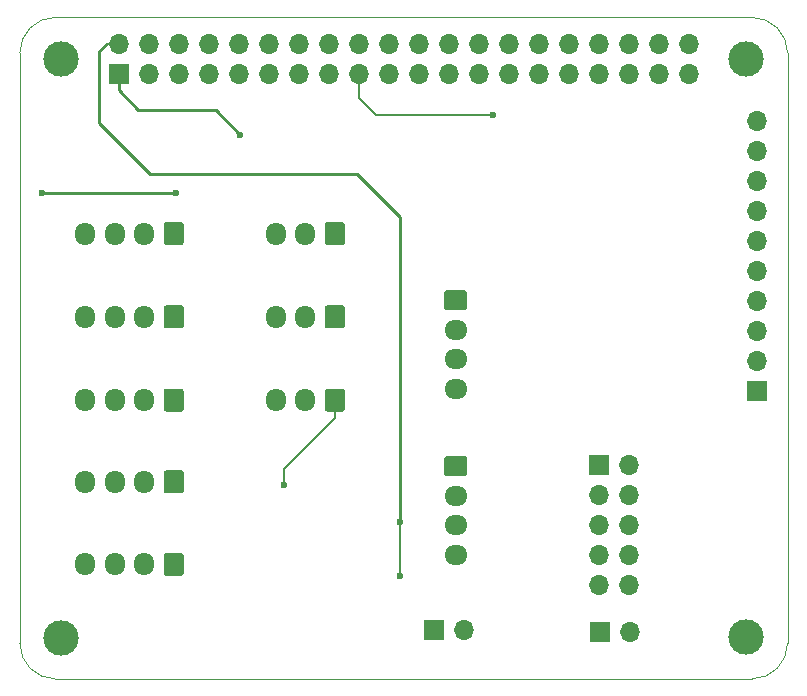
<source format=gbr>
G04 #@! TF.GenerationSoftware,KiCad,Pcbnew,(5.0.1)-3*
G04 #@! TF.CreationDate,2018-11-18T15:41:14-05:00*
G04 #@! TF.ProjectId,reef-piHat,726565662D70694861742E6B69636164,rev?*
G04 #@! TF.SameCoordinates,Original*
G04 #@! TF.FileFunction,Copper,L2,Bot,Signal*
G04 #@! TF.FilePolarity,Positive*
%FSLAX46Y46*%
G04 Gerber Fmt 4.6, Leading zero omitted, Abs format (unit mm)*
G04 Created by KiCad (PCBNEW (5.0.1)-3) date 11/18/2018 3:41:14 PM*
%MOMM*%
%LPD*%
G01*
G04 APERTURE LIST*
G04 #@! TA.AperFunction,NonConductor*
%ADD10C,0.100000*%
G04 #@! TD*
G04 #@! TA.AperFunction,ComponentPad*
%ADD11O,1.700000X1.950000*%
G04 #@! TD*
G04 #@! TA.AperFunction,Conductor*
%ADD12C,0.100000*%
G04 #@! TD*
G04 #@! TA.AperFunction,ComponentPad*
%ADD13C,1.700000*%
G04 #@! TD*
G04 #@! TA.AperFunction,ComponentPad*
%ADD14R,1.700000X1.700000*%
G04 #@! TD*
G04 #@! TA.AperFunction,ComponentPad*
%ADD15O,1.700000X1.700000*%
G04 #@! TD*
G04 #@! TA.AperFunction,WasherPad*
%ADD16C,3.000000*%
G04 #@! TD*
G04 #@! TA.AperFunction,ComponentPad*
%ADD17O,1.950000X1.700000*%
G04 #@! TD*
G04 #@! TA.AperFunction,ViaPad*
%ADD18C,0.600000*%
G04 #@! TD*
G04 #@! TA.AperFunction,Conductor*
%ADD19C,0.250000*%
G04 #@! TD*
G04 #@! TA.AperFunction,Conductor*
%ADD20C,0.150000*%
G04 #@! TD*
G04 #@! TA.AperFunction,Conductor*
%ADD21C,0.200000*%
G04 #@! TD*
G04 APERTURE END LIST*
D10*
X78546356Y-63817611D02*
X78546356Y-113817611D01*
X78546356Y-63817611D02*
G75*
G02X81546356Y-60817611I3000000J0D01*
G01*
X140546356Y-60817611D02*
X81546356Y-60817611D01*
X140546356Y-60817611D02*
G75*
G02X143546356Y-63817611I0J-3000000D01*
G01*
X143546356Y-113817611D02*
X143546356Y-63817611D01*
X81546356Y-116817611D02*
G75*
G02X78546356Y-113817611I0J3000000D01*
G01*
X81546356Y-116817611D02*
X140546356Y-116817611D01*
X143546351Y-113822847D02*
G75*
G02X140546356Y-116817611I-2999995J5236D01*
G01*
D11*
G04 #@! TO.P,J15,3*
G04 #@! TO.N,GND*
X100219500Y-86169500D03*
G04 #@! TO.P,J15,2*
G04 #@! TO.N,/1WIRE*
X102719500Y-86169500D03*
D12*
G04 #@! TD*
G04 #@! TO.N,/P3V3_HAT*
G04 #@! TO.C,J15*
G36*
X105844004Y-85195704D02*
X105868273Y-85199304D01*
X105892071Y-85205265D01*
X105915171Y-85213530D01*
X105937349Y-85224020D01*
X105958393Y-85236633D01*
X105978098Y-85251247D01*
X105996277Y-85267723D01*
X106012753Y-85285902D01*
X106027367Y-85305607D01*
X106039980Y-85326651D01*
X106050470Y-85348829D01*
X106058735Y-85371929D01*
X106064696Y-85395727D01*
X106068296Y-85419996D01*
X106069500Y-85444500D01*
X106069500Y-86894500D01*
X106068296Y-86919004D01*
X106064696Y-86943273D01*
X106058735Y-86967071D01*
X106050470Y-86990171D01*
X106039980Y-87012349D01*
X106027367Y-87033393D01*
X106012753Y-87053098D01*
X105996277Y-87071277D01*
X105978098Y-87087753D01*
X105958393Y-87102367D01*
X105937349Y-87114980D01*
X105915171Y-87125470D01*
X105892071Y-87133735D01*
X105868273Y-87139696D01*
X105844004Y-87143296D01*
X105819500Y-87144500D01*
X104619500Y-87144500D01*
X104594996Y-87143296D01*
X104570727Y-87139696D01*
X104546929Y-87133735D01*
X104523829Y-87125470D01*
X104501651Y-87114980D01*
X104480607Y-87102367D01*
X104460902Y-87087753D01*
X104442723Y-87071277D01*
X104426247Y-87053098D01*
X104411633Y-87033393D01*
X104399020Y-87012349D01*
X104388530Y-86990171D01*
X104380265Y-86967071D01*
X104374304Y-86943273D01*
X104370704Y-86919004D01*
X104369500Y-86894500D01*
X104369500Y-85444500D01*
X104370704Y-85419996D01*
X104374304Y-85395727D01*
X104380265Y-85371929D01*
X104388530Y-85348829D01*
X104399020Y-85326651D01*
X104411633Y-85305607D01*
X104426247Y-85285902D01*
X104442723Y-85267723D01*
X104460902Y-85251247D01*
X104480607Y-85236633D01*
X104501651Y-85224020D01*
X104523829Y-85213530D01*
X104546929Y-85205265D01*
X104570727Y-85199304D01*
X104594996Y-85195704D01*
X104619500Y-85194500D01*
X105819500Y-85194500D01*
X105844004Y-85195704D01*
X105844004Y-85195704D01*
G37*
D13*
G04 #@! TO.P,J15,1*
G04 #@! TO.N,/P3V3_HAT*
X105219500Y-86169500D03*
G04 #@! TD*
D12*
G04 #@! TO.N,Net-(J2-Pad1)*
G04 #@! TO.C,J2*
G36*
X92191504Y-99165704D02*
X92215773Y-99169304D01*
X92239571Y-99175265D01*
X92262671Y-99183530D01*
X92284849Y-99194020D01*
X92305893Y-99206633D01*
X92325598Y-99221247D01*
X92343777Y-99237723D01*
X92360253Y-99255902D01*
X92374867Y-99275607D01*
X92387480Y-99296651D01*
X92397970Y-99318829D01*
X92406235Y-99341929D01*
X92412196Y-99365727D01*
X92415796Y-99389996D01*
X92417000Y-99414500D01*
X92417000Y-100864500D01*
X92415796Y-100889004D01*
X92412196Y-100913273D01*
X92406235Y-100937071D01*
X92397970Y-100960171D01*
X92387480Y-100982349D01*
X92374867Y-101003393D01*
X92360253Y-101023098D01*
X92343777Y-101041277D01*
X92325598Y-101057753D01*
X92305893Y-101072367D01*
X92284849Y-101084980D01*
X92262671Y-101095470D01*
X92239571Y-101103735D01*
X92215773Y-101109696D01*
X92191504Y-101113296D01*
X92167000Y-101114500D01*
X90967000Y-101114500D01*
X90942496Y-101113296D01*
X90918227Y-101109696D01*
X90894429Y-101103735D01*
X90871329Y-101095470D01*
X90849151Y-101084980D01*
X90828107Y-101072367D01*
X90808402Y-101057753D01*
X90790223Y-101041277D01*
X90773747Y-101023098D01*
X90759133Y-101003393D01*
X90746520Y-100982349D01*
X90736030Y-100960171D01*
X90727765Y-100937071D01*
X90721804Y-100913273D01*
X90718204Y-100889004D01*
X90717000Y-100864500D01*
X90717000Y-99414500D01*
X90718204Y-99389996D01*
X90721804Y-99365727D01*
X90727765Y-99341929D01*
X90736030Y-99318829D01*
X90746520Y-99296651D01*
X90759133Y-99275607D01*
X90773747Y-99255902D01*
X90790223Y-99237723D01*
X90808402Y-99221247D01*
X90828107Y-99206633D01*
X90849151Y-99194020D01*
X90871329Y-99183530D01*
X90894429Y-99175265D01*
X90918227Y-99169304D01*
X90942496Y-99165704D01*
X90967000Y-99164500D01*
X92167000Y-99164500D01*
X92191504Y-99165704D01*
X92191504Y-99165704D01*
G37*
D13*
G04 #@! TD*
G04 #@! TO.P,J2,1*
G04 #@! TO.N,Net-(J2-Pad1)*
X91567000Y-100139500D03*
D11*
G04 #@! TO.P,J2,2*
G04 #@! TO.N,Net-(J2-Pad2)*
X89067000Y-100139500D03*
G04 #@! TO.P,J2,3*
G04 #@! TO.N,Net-(J2-Pad3)*
X86567000Y-100139500D03*
G04 #@! TO.P,J2,4*
G04 #@! TO.N,GND*
X84067000Y-100139500D03*
G04 #@! TD*
D14*
G04 #@! TO.P,J3,1*
G04 #@! TO.N,/P3V3_HAT*
X86920000Y-65590000D03*
D15*
G04 #@! TO.P,J3,2*
G04 #@! TO.N,/P5V_HAT*
X86920000Y-63050000D03*
G04 #@! TO.P,J3,3*
G04 #@! TO.N,/SDA*
X89460000Y-65590000D03*
G04 #@! TO.P,J3,4*
G04 #@! TO.N,/P5V_HAT*
X89460000Y-63050000D03*
G04 #@! TO.P,J3,5*
G04 #@! TO.N,/SCL*
X92000000Y-65590000D03*
G04 #@! TO.P,J3,6*
G04 #@! TO.N,GND*
X92000000Y-63050000D03*
G04 #@! TO.P,J3,7*
G04 #@! TO.N,/1WIRE*
X94540000Y-65590000D03*
G04 #@! TO.P,J3,8*
G04 #@! TO.N,Net-(J3-Pad8)*
X94540000Y-63050000D03*
G04 #@! TO.P,J3,9*
G04 #@! TO.N,GND*
X97080000Y-65590000D03*
G04 #@! TO.P,J3,10*
G04 #@! TO.N,Net-(J3-Pad10)*
X97080000Y-63050000D03*
G04 #@! TO.P,J3,11*
G04 #@! TO.N,Net-(J3-Pad11)*
X99620000Y-65590000D03*
G04 #@! TO.P,J3,12*
G04 #@! TO.N,/ATO2*
X99620000Y-63050000D03*
G04 #@! TO.P,J3,13*
G04 #@! TO.N,/ATO1*
X102160000Y-65590000D03*
G04 #@! TO.P,J3,14*
G04 #@! TO.N,GND*
X102160000Y-63050000D03*
G04 #@! TO.P,J3,15*
G04 #@! TO.N,/PA8*
X104700000Y-65590000D03*
G04 #@! TO.P,J3,16*
G04 #@! TO.N,/PA7*
X104700000Y-63050000D03*
G04 #@! TO.P,J3,17*
G04 #@! TO.N,/P3V3*
X107240000Y-65590000D03*
G04 #@! TO.P,J3,18*
G04 #@! TO.N,/PA6*
X107240000Y-63050000D03*
G04 #@! TO.P,J3,19*
G04 #@! TO.N,/PA5*
X109780000Y-65590000D03*
G04 #@! TO.P,J3,20*
G04 #@! TO.N,GND*
X109780000Y-63050000D03*
G04 #@! TO.P,J3,21*
G04 #@! TO.N,/PA3*
X112320000Y-65590000D03*
G04 #@! TO.P,J3,22*
G04 #@! TO.N,/PA4*
X112320000Y-63050000D03*
G04 #@! TO.P,J3,23*
G04 #@! TO.N,/PA1*
X114860000Y-65590000D03*
G04 #@! TO.P,J3,24*
G04 #@! TO.N,/PA2*
X114860000Y-63050000D03*
G04 #@! TO.P,J3,25*
G04 #@! TO.N,GND*
X117400000Y-65590000D03*
G04 #@! TO.P,J3,26*
G04 #@! TO.N,Net-(J3-Pad26)*
X117400000Y-63050000D03*
G04 #@! TO.P,J3,27*
G04 #@! TO.N,/ID_SD_EEPROM*
X119940000Y-65590000D03*
G04 #@! TO.P,J3,28*
G04 #@! TO.N,/ID_SC_EEPROM*
X119940000Y-63050000D03*
G04 #@! TO.P,J3,29*
G04 #@! TO.N,/PB8*
X122480000Y-65590000D03*
G04 #@! TO.P,J3,30*
G04 #@! TO.N,GND*
X122480000Y-63050000D03*
G04 #@! TO.P,J3,31*
G04 #@! TO.N,/PB7*
X125020000Y-65590000D03*
G04 #@! TO.P,J3,32*
G04 #@! TO.N,Net-(J3-Pad32)*
X125020000Y-63050000D03*
G04 #@! TO.P,J3,33*
G04 #@! TO.N,/PB6*
X127560000Y-65590000D03*
G04 #@! TO.P,J3,34*
G04 #@! TO.N,GND*
X127560000Y-63050000D03*
G04 #@! TO.P,J3,35*
G04 #@! TO.N,/PB4*
X130100000Y-65590000D03*
G04 #@! TO.P,J3,36*
G04 #@! TO.N,/PB5*
X130100000Y-63050000D03*
G04 #@! TO.P,J3,37*
G04 #@! TO.N,/PB2*
X132640000Y-65590000D03*
G04 #@! TO.P,J3,38*
G04 #@! TO.N,/PB3*
X132640000Y-63050000D03*
G04 #@! TO.P,J3,39*
G04 #@! TO.N,GND*
X135180000Y-65590000D03*
G04 #@! TO.P,J3,40*
G04 #@! TO.N,/PB1*
X135180000Y-63050000D03*
G04 #@! TD*
D16*
G04 #@! TO.P,H1,*
G04 #@! TO.N,*
X82040000Y-64310000D03*
G04 #@! TD*
G04 #@! TO.P,H2,*
G04 #@! TO.N,*
X140040000Y-64330000D03*
G04 #@! TD*
G04 #@! TO.P,H3,*
G04 #@! TO.N,*
X82040000Y-113320000D03*
G04 #@! TD*
G04 #@! TO.P,H4,*
G04 #@! TO.N,*
X140030000Y-113310000D03*
G04 #@! TD*
D11*
G04 #@! TO.P,J1,4*
G04 #@! TO.N,GND*
X84067000Y-93218000D03*
G04 #@! TO.P,J1,3*
G04 #@! TO.N,Net-(J1-Pad3)*
X86567000Y-93218000D03*
G04 #@! TO.P,J1,2*
G04 #@! TO.N,Net-(J1-Pad2)*
X89067000Y-93218000D03*
D12*
G04 #@! TD*
G04 #@! TO.N,Net-(J1-Pad1)*
G04 #@! TO.C,J1*
G36*
X92191504Y-92244204D02*
X92215773Y-92247804D01*
X92239571Y-92253765D01*
X92262671Y-92262030D01*
X92284849Y-92272520D01*
X92305893Y-92285133D01*
X92325598Y-92299747D01*
X92343777Y-92316223D01*
X92360253Y-92334402D01*
X92374867Y-92354107D01*
X92387480Y-92375151D01*
X92397970Y-92397329D01*
X92406235Y-92420429D01*
X92412196Y-92444227D01*
X92415796Y-92468496D01*
X92417000Y-92493000D01*
X92417000Y-93943000D01*
X92415796Y-93967504D01*
X92412196Y-93991773D01*
X92406235Y-94015571D01*
X92397970Y-94038671D01*
X92387480Y-94060849D01*
X92374867Y-94081893D01*
X92360253Y-94101598D01*
X92343777Y-94119777D01*
X92325598Y-94136253D01*
X92305893Y-94150867D01*
X92284849Y-94163480D01*
X92262671Y-94173970D01*
X92239571Y-94182235D01*
X92215773Y-94188196D01*
X92191504Y-94191796D01*
X92167000Y-94193000D01*
X90967000Y-94193000D01*
X90942496Y-94191796D01*
X90918227Y-94188196D01*
X90894429Y-94182235D01*
X90871329Y-94173970D01*
X90849151Y-94163480D01*
X90828107Y-94150867D01*
X90808402Y-94136253D01*
X90790223Y-94119777D01*
X90773747Y-94101598D01*
X90759133Y-94081893D01*
X90746520Y-94060849D01*
X90736030Y-94038671D01*
X90727765Y-94015571D01*
X90721804Y-93991773D01*
X90718204Y-93967504D01*
X90717000Y-93943000D01*
X90717000Y-92493000D01*
X90718204Y-92468496D01*
X90721804Y-92444227D01*
X90727765Y-92420429D01*
X90736030Y-92397329D01*
X90746520Y-92375151D01*
X90759133Y-92354107D01*
X90773747Y-92334402D01*
X90790223Y-92316223D01*
X90808402Y-92299747D01*
X90828107Y-92285133D01*
X90849151Y-92272520D01*
X90871329Y-92262030D01*
X90894429Y-92253765D01*
X90918227Y-92247804D01*
X90942496Y-92244204D01*
X90967000Y-92243000D01*
X92167000Y-92243000D01*
X92191504Y-92244204D01*
X92191504Y-92244204D01*
G37*
D13*
G04 #@! TO.P,J1,1*
G04 #@! TO.N,Net-(J1-Pad1)*
X91567000Y-93218000D03*
G04 #@! TD*
D12*
G04 #@! TO.N,Net-(J4-Pad1)*
G04 #@! TO.C,J4*
G36*
X92191504Y-106150704D02*
X92215773Y-106154304D01*
X92239571Y-106160265D01*
X92262671Y-106168530D01*
X92284849Y-106179020D01*
X92305893Y-106191633D01*
X92325598Y-106206247D01*
X92343777Y-106222723D01*
X92360253Y-106240902D01*
X92374867Y-106260607D01*
X92387480Y-106281651D01*
X92397970Y-106303829D01*
X92406235Y-106326929D01*
X92412196Y-106350727D01*
X92415796Y-106374996D01*
X92417000Y-106399500D01*
X92417000Y-107849500D01*
X92415796Y-107874004D01*
X92412196Y-107898273D01*
X92406235Y-107922071D01*
X92397970Y-107945171D01*
X92387480Y-107967349D01*
X92374867Y-107988393D01*
X92360253Y-108008098D01*
X92343777Y-108026277D01*
X92325598Y-108042753D01*
X92305893Y-108057367D01*
X92284849Y-108069980D01*
X92262671Y-108080470D01*
X92239571Y-108088735D01*
X92215773Y-108094696D01*
X92191504Y-108098296D01*
X92167000Y-108099500D01*
X90967000Y-108099500D01*
X90942496Y-108098296D01*
X90918227Y-108094696D01*
X90894429Y-108088735D01*
X90871329Y-108080470D01*
X90849151Y-108069980D01*
X90828107Y-108057367D01*
X90808402Y-108042753D01*
X90790223Y-108026277D01*
X90773747Y-108008098D01*
X90759133Y-107988393D01*
X90746520Y-107967349D01*
X90736030Y-107945171D01*
X90727765Y-107922071D01*
X90721804Y-107898273D01*
X90718204Y-107874004D01*
X90717000Y-107849500D01*
X90717000Y-106399500D01*
X90718204Y-106374996D01*
X90721804Y-106350727D01*
X90727765Y-106326929D01*
X90736030Y-106303829D01*
X90746520Y-106281651D01*
X90759133Y-106260607D01*
X90773747Y-106240902D01*
X90790223Y-106222723D01*
X90808402Y-106206247D01*
X90828107Y-106191633D01*
X90849151Y-106179020D01*
X90871329Y-106168530D01*
X90894429Y-106160265D01*
X90918227Y-106154304D01*
X90942496Y-106150704D01*
X90967000Y-106149500D01*
X92167000Y-106149500D01*
X92191504Y-106150704D01*
X92191504Y-106150704D01*
G37*
D13*
G04 #@! TD*
G04 #@! TO.P,J4,1*
G04 #@! TO.N,Net-(J4-Pad1)*
X91567000Y-107124500D03*
D11*
G04 #@! TO.P,J4,2*
G04 #@! TO.N,Net-(J4-Pad2)*
X89067000Y-107124500D03*
G04 #@! TO.P,J4,3*
G04 #@! TO.N,Net-(J4-Pad3)*
X86567000Y-107124500D03*
G04 #@! TO.P,J4,4*
G04 #@! TO.N,GND*
X84067000Y-107124500D03*
G04 #@! TD*
D12*
G04 #@! TO.N,/P5V*
G04 #@! TO.C,J8*
G36*
X116192504Y-83923704D02*
X116216773Y-83927304D01*
X116240571Y-83933265D01*
X116263671Y-83941530D01*
X116285849Y-83952020D01*
X116306893Y-83964633D01*
X116326598Y-83979247D01*
X116344777Y-83995723D01*
X116361253Y-84013902D01*
X116375867Y-84033607D01*
X116388480Y-84054651D01*
X116398970Y-84076829D01*
X116407235Y-84099929D01*
X116413196Y-84123727D01*
X116416796Y-84147996D01*
X116418000Y-84172500D01*
X116418000Y-85372500D01*
X116416796Y-85397004D01*
X116413196Y-85421273D01*
X116407235Y-85445071D01*
X116398970Y-85468171D01*
X116388480Y-85490349D01*
X116375867Y-85511393D01*
X116361253Y-85531098D01*
X116344777Y-85549277D01*
X116326598Y-85565753D01*
X116306893Y-85580367D01*
X116285849Y-85592980D01*
X116263671Y-85603470D01*
X116240571Y-85611735D01*
X116216773Y-85617696D01*
X116192504Y-85621296D01*
X116168000Y-85622500D01*
X114718000Y-85622500D01*
X114693496Y-85621296D01*
X114669227Y-85617696D01*
X114645429Y-85611735D01*
X114622329Y-85603470D01*
X114600151Y-85592980D01*
X114579107Y-85580367D01*
X114559402Y-85565753D01*
X114541223Y-85549277D01*
X114524747Y-85531098D01*
X114510133Y-85511393D01*
X114497520Y-85490349D01*
X114487030Y-85468171D01*
X114478765Y-85445071D01*
X114472804Y-85421273D01*
X114469204Y-85397004D01*
X114468000Y-85372500D01*
X114468000Y-84172500D01*
X114469204Y-84147996D01*
X114472804Y-84123727D01*
X114478765Y-84099929D01*
X114487030Y-84076829D01*
X114497520Y-84054651D01*
X114510133Y-84033607D01*
X114524747Y-84013902D01*
X114541223Y-83995723D01*
X114559402Y-83979247D01*
X114579107Y-83964633D01*
X114600151Y-83952020D01*
X114622329Y-83941530D01*
X114645429Y-83933265D01*
X114669227Y-83927304D01*
X114693496Y-83923704D01*
X114718000Y-83922500D01*
X116168000Y-83922500D01*
X116192504Y-83923704D01*
X116192504Y-83923704D01*
G37*
D13*
G04 #@! TD*
G04 #@! TO.P,J8,1*
G04 #@! TO.N,/P5V*
X115443000Y-84772500D03*
D17*
G04 #@! TO.P,J8,2*
G04 #@! TO.N,/ATO1*
X115443000Y-87272500D03*
G04 #@! TO.P,J8,3*
G04 #@! TO.N,GND*
X115443000Y-89772500D03*
G04 #@! TO.P,J8,4*
X115443000Y-92272500D03*
G04 #@! TD*
G04 #@! TO.P,J10,4*
G04 #@! TO.N,GND*
X115443000Y-106306000D03*
G04 #@! TO.P,J10,3*
X115443000Y-103806000D03*
G04 #@! TO.P,J10,2*
G04 #@! TO.N,/ATO2*
X115443000Y-101306000D03*
D12*
G04 #@! TD*
G04 #@! TO.N,/P5V*
G04 #@! TO.C,J10*
G36*
X116192504Y-97957204D02*
X116216773Y-97960804D01*
X116240571Y-97966765D01*
X116263671Y-97975030D01*
X116285849Y-97985520D01*
X116306893Y-97998133D01*
X116326598Y-98012747D01*
X116344777Y-98029223D01*
X116361253Y-98047402D01*
X116375867Y-98067107D01*
X116388480Y-98088151D01*
X116398970Y-98110329D01*
X116407235Y-98133429D01*
X116413196Y-98157227D01*
X116416796Y-98181496D01*
X116418000Y-98206000D01*
X116418000Y-99406000D01*
X116416796Y-99430504D01*
X116413196Y-99454773D01*
X116407235Y-99478571D01*
X116398970Y-99501671D01*
X116388480Y-99523849D01*
X116375867Y-99544893D01*
X116361253Y-99564598D01*
X116344777Y-99582777D01*
X116326598Y-99599253D01*
X116306893Y-99613867D01*
X116285849Y-99626480D01*
X116263671Y-99636970D01*
X116240571Y-99645235D01*
X116216773Y-99651196D01*
X116192504Y-99654796D01*
X116168000Y-99656000D01*
X114718000Y-99656000D01*
X114693496Y-99654796D01*
X114669227Y-99651196D01*
X114645429Y-99645235D01*
X114622329Y-99636970D01*
X114600151Y-99626480D01*
X114579107Y-99613867D01*
X114559402Y-99599253D01*
X114541223Y-99582777D01*
X114524747Y-99564598D01*
X114510133Y-99544893D01*
X114497520Y-99523849D01*
X114487030Y-99501671D01*
X114478765Y-99478571D01*
X114472804Y-99454773D01*
X114469204Y-99430504D01*
X114468000Y-99406000D01*
X114468000Y-98206000D01*
X114469204Y-98181496D01*
X114472804Y-98157227D01*
X114478765Y-98133429D01*
X114487030Y-98110329D01*
X114497520Y-98088151D01*
X114510133Y-98067107D01*
X114524747Y-98047402D01*
X114541223Y-98029223D01*
X114559402Y-98012747D01*
X114579107Y-97998133D01*
X114600151Y-97985520D01*
X114622329Y-97975030D01*
X114645429Y-97966765D01*
X114669227Y-97960804D01*
X114693496Y-97957204D01*
X114718000Y-97956000D01*
X116168000Y-97956000D01*
X116192504Y-97957204D01*
X116192504Y-97957204D01*
G37*
D13*
G04 #@! TO.P,J10,1*
G04 #@! TO.N,/P5V*
X115443000Y-98806000D03*
G04 #@! TD*
D12*
G04 #@! TO.N,/P5V*
G04 #@! TO.C,J11*
G36*
X92191504Y-78147204D02*
X92215773Y-78150804D01*
X92239571Y-78156765D01*
X92262671Y-78165030D01*
X92284849Y-78175520D01*
X92305893Y-78188133D01*
X92325598Y-78202747D01*
X92343777Y-78219223D01*
X92360253Y-78237402D01*
X92374867Y-78257107D01*
X92387480Y-78278151D01*
X92397970Y-78300329D01*
X92406235Y-78323429D01*
X92412196Y-78347227D01*
X92415796Y-78371496D01*
X92417000Y-78396000D01*
X92417000Y-79846000D01*
X92415796Y-79870504D01*
X92412196Y-79894773D01*
X92406235Y-79918571D01*
X92397970Y-79941671D01*
X92387480Y-79963849D01*
X92374867Y-79984893D01*
X92360253Y-80004598D01*
X92343777Y-80022777D01*
X92325598Y-80039253D01*
X92305893Y-80053867D01*
X92284849Y-80066480D01*
X92262671Y-80076970D01*
X92239571Y-80085235D01*
X92215773Y-80091196D01*
X92191504Y-80094796D01*
X92167000Y-80096000D01*
X90967000Y-80096000D01*
X90942496Y-80094796D01*
X90918227Y-80091196D01*
X90894429Y-80085235D01*
X90871329Y-80076970D01*
X90849151Y-80066480D01*
X90828107Y-80053867D01*
X90808402Y-80039253D01*
X90790223Y-80022777D01*
X90773747Y-80004598D01*
X90759133Y-79984893D01*
X90746520Y-79963849D01*
X90736030Y-79941671D01*
X90727765Y-79918571D01*
X90721804Y-79894773D01*
X90718204Y-79870504D01*
X90717000Y-79846000D01*
X90717000Y-78396000D01*
X90718204Y-78371496D01*
X90721804Y-78347227D01*
X90727765Y-78323429D01*
X90736030Y-78300329D01*
X90746520Y-78278151D01*
X90759133Y-78257107D01*
X90773747Y-78237402D01*
X90790223Y-78219223D01*
X90808402Y-78202747D01*
X90828107Y-78188133D01*
X90849151Y-78175520D01*
X90871329Y-78165030D01*
X90894429Y-78156765D01*
X90918227Y-78150804D01*
X90942496Y-78147204D01*
X90967000Y-78146000D01*
X92167000Y-78146000D01*
X92191504Y-78147204D01*
X92191504Y-78147204D01*
G37*
D13*
G04 #@! TD*
G04 #@! TO.P,J11,1*
G04 #@! TO.N,/P5V*
X91567000Y-79121000D03*
D11*
G04 #@! TO.P,J11,2*
G04 #@! TO.N,/SCL*
X89067000Y-79121000D03*
G04 #@! TO.P,J11,3*
G04 #@! TO.N,/SDA*
X86567000Y-79121000D03*
G04 #@! TO.P,J11,4*
G04 #@! TO.N,GND*
X84067000Y-79121000D03*
G04 #@! TD*
G04 #@! TO.P,J12,4*
G04 #@! TO.N,GND*
X84067000Y-86169500D03*
G04 #@! TO.P,J12,3*
G04 #@! TO.N,/SDA*
X86567000Y-86169500D03*
G04 #@! TO.P,J12,2*
G04 #@! TO.N,/SCL*
X89067000Y-86169500D03*
D12*
G04 #@! TD*
G04 #@! TO.N,/P5V*
G04 #@! TO.C,J12*
G36*
X92191504Y-85195704D02*
X92215773Y-85199304D01*
X92239571Y-85205265D01*
X92262671Y-85213530D01*
X92284849Y-85224020D01*
X92305893Y-85236633D01*
X92325598Y-85251247D01*
X92343777Y-85267723D01*
X92360253Y-85285902D01*
X92374867Y-85305607D01*
X92387480Y-85326651D01*
X92397970Y-85348829D01*
X92406235Y-85371929D01*
X92412196Y-85395727D01*
X92415796Y-85419996D01*
X92417000Y-85444500D01*
X92417000Y-86894500D01*
X92415796Y-86919004D01*
X92412196Y-86943273D01*
X92406235Y-86967071D01*
X92397970Y-86990171D01*
X92387480Y-87012349D01*
X92374867Y-87033393D01*
X92360253Y-87053098D01*
X92343777Y-87071277D01*
X92325598Y-87087753D01*
X92305893Y-87102367D01*
X92284849Y-87114980D01*
X92262671Y-87125470D01*
X92239571Y-87133735D01*
X92215773Y-87139696D01*
X92191504Y-87143296D01*
X92167000Y-87144500D01*
X90967000Y-87144500D01*
X90942496Y-87143296D01*
X90918227Y-87139696D01*
X90894429Y-87133735D01*
X90871329Y-87125470D01*
X90849151Y-87114980D01*
X90828107Y-87102367D01*
X90808402Y-87087753D01*
X90790223Y-87071277D01*
X90773747Y-87053098D01*
X90759133Y-87033393D01*
X90746520Y-87012349D01*
X90736030Y-86990171D01*
X90727765Y-86967071D01*
X90721804Y-86943273D01*
X90718204Y-86919004D01*
X90717000Y-86894500D01*
X90717000Y-85444500D01*
X90718204Y-85419996D01*
X90721804Y-85395727D01*
X90727765Y-85371929D01*
X90736030Y-85348829D01*
X90746520Y-85326651D01*
X90759133Y-85305607D01*
X90773747Y-85285902D01*
X90790223Y-85267723D01*
X90808402Y-85251247D01*
X90828107Y-85236633D01*
X90849151Y-85224020D01*
X90871329Y-85213530D01*
X90894429Y-85205265D01*
X90918227Y-85199304D01*
X90942496Y-85195704D01*
X90967000Y-85194500D01*
X92167000Y-85194500D01*
X92191504Y-85195704D01*
X92191504Y-85195704D01*
G37*
D13*
G04 #@! TO.P,J12,1*
G04 #@! TO.N,/P5V*
X91567000Y-86169500D03*
G04 #@! TD*
D14*
G04 #@! TO.P,J13,1*
G04 #@! TO.N,/P5V*
X113601500Y-112649000D03*
D15*
G04 #@! TO.P,J13,2*
G04 #@! TO.N,GND*
X116141500Y-112649000D03*
G04 #@! TD*
D12*
G04 #@! TO.N,/P3V3_HAT*
G04 #@! TO.C,J14*
G36*
X105844004Y-78147204D02*
X105868273Y-78150804D01*
X105892071Y-78156765D01*
X105915171Y-78165030D01*
X105937349Y-78175520D01*
X105958393Y-78188133D01*
X105978098Y-78202747D01*
X105996277Y-78219223D01*
X106012753Y-78237402D01*
X106027367Y-78257107D01*
X106039980Y-78278151D01*
X106050470Y-78300329D01*
X106058735Y-78323429D01*
X106064696Y-78347227D01*
X106068296Y-78371496D01*
X106069500Y-78396000D01*
X106069500Y-79846000D01*
X106068296Y-79870504D01*
X106064696Y-79894773D01*
X106058735Y-79918571D01*
X106050470Y-79941671D01*
X106039980Y-79963849D01*
X106027367Y-79984893D01*
X106012753Y-80004598D01*
X105996277Y-80022777D01*
X105978098Y-80039253D01*
X105958393Y-80053867D01*
X105937349Y-80066480D01*
X105915171Y-80076970D01*
X105892071Y-80085235D01*
X105868273Y-80091196D01*
X105844004Y-80094796D01*
X105819500Y-80096000D01*
X104619500Y-80096000D01*
X104594996Y-80094796D01*
X104570727Y-80091196D01*
X104546929Y-80085235D01*
X104523829Y-80076970D01*
X104501651Y-80066480D01*
X104480607Y-80053867D01*
X104460902Y-80039253D01*
X104442723Y-80022777D01*
X104426247Y-80004598D01*
X104411633Y-79984893D01*
X104399020Y-79963849D01*
X104388530Y-79941671D01*
X104380265Y-79918571D01*
X104374304Y-79894773D01*
X104370704Y-79870504D01*
X104369500Y-79846000D01*
X104369500Y-78396000D01*
X104370704Y-78371496D01*
X104374304Y-78347227D01*
X104380265Y-78323429D01*
X104388530Y-78300329D01*
X104399020Y-78278151D01*
X104411633Y-78257107D01*
X104426247Y-78237402D01*
X104442723Y-78219223D01*
X104460902Y-78202747D01*
X104480607Y-78188133D01*
X104501651Y-78175520D01*
X104523829Y-78165030D01*
X104546929Y-78156765D01*
X104570727Y-78150804D01*
X104594996Y-78147204D01*
X104619500Y-78146000D01*
X105819500Y-78146000D01*
X105844004Y-78147204D01*
X105844004Y-78147204D01*
G37*
D13*
G04 #@! TD*
G04 #@! TO.P,J14,1*
G04 #@! TO.N,/P3V3_HAT*
X105219500Y-79121000D03*
D11*
G04 #@! TO.P,J14,2*
G04 #@! TO.N,/1WIRE*
X102719500Y-79121000D03*
G04 #@! TO.P,J14,3*
G04 #@! TO.N,GND*
X100219500Y-79121000D03*
G04 #@! TD*
D12*
G04 #@! TO.N,/P3V3_HAT*
G04 #@! TO.C,J16*
G36*
X105844004Y-92244204D02*
X105868273Y-92247804D01*
X105892071Y-92253765D01*
X105915171Y-92262030D01*
X105937349Y-92272520D01*
X105958393Y-92285133D01*
X105978098Y-92299747D01*
X105996277Y-92316223D01*
X106012753Y-92334402D01*
X106027367Y-92354107D01*
X106039980Y-92375151D01*
X106050470Y-92397329D01*
X106058735Y-92420429D01*
X106064696Y-92444227D01*
X106068296Y-92468496D01*
X106069500Y-92493000D01*
X106069500Y-93943000D01*
X106068296Y-93967504D01*
X106064696Y-93991773D01*
X106058735Y-94015571D01*
X106050470Y-94038671D01*
X106039980Y-94060849D01*
X106027367Y-94081893D01*
X106012753Y-94101598D01*
X105996277Y-94119777D01*
X105978098Y-94136253D01*
X105958393Y-94150867D01*
X105937349Y-94163480D01*
X105915171Y-94173970D01*
X105892071Y-94182235D01*
X105868273Y-94188196D01*
X105844004Y-94191796D01*
X105819500Y-94193000D01*
X104619500Y-94193000D01*
X104594996Y-94191796D01*
X104570727Y-94188196D01*
X104546929Y-94182235D01*
X104523829Y-94173970D01*
X104501651Y-94163480D01*
X104480607Y-94150867D01*
X104460902Y-94136253D01*
X104442723Y-94119777D01*
X104426247Y-94101598D01*
X104411633Y-94081893D01*
X104399020Y-94060849D01*
X104388530Y-94038671D01*
X104380265Y-94015571D01*
X104374304Y-93991773D01*
X104370704Y-93967504D01*
X104369500Y-93943000D01*
X104369500Y-92493000D01*
X104370704Y-92468496D01*
X104374304Y-92444227D01*
X104380265Y-92420429D01*
X104388530Y-92397329D01*
X104399020Y-92375151D01*
X104411633Y-92354107D01*
X104426247Y-92334402D01*
X104442723Y-92316223D01*
X104460902Y-92299747D01*
X104480607Y-92285133D01*
X104501651Y-92272520D01*
X104523829Y-92262030D01*
X104546929Y-92253765D01*
X104570727Y-92247804D01*
X104594996Y-92244204D01*
X104619500Y-92243000D01*
X105819500Y-92243000D01*
X105844004Y-92244204D01*
X105844004Y-92244204D01*
G37*
D13*
G04 #@! TD*
G04 #@! TO.P,J16,1*
G04 #@! TO.N,/P3V3_HAT*
X105219500Y-93218000D03*
D11*
G04 #@! TO.P,J16,2*
G04 #@! TO.N,/1WIRE*
X102719500Y-93218000D03*
G04 #@! TO.P,J16,3*
G04 #@! TO.N,GND*
X100219500Y-93218000D03*
G04 #@! TD*
D14*
G04 #@! TO.P,J7,1*
G04 #@! TO.N,/P5V*
X140970000Y-92456000D03*
D15*
G04 #@! TO.P,J7,2*
G04 #@! TO.N,/PB8*
X140970000Y-89916000D03*
G04 #@! TO.P,J7,3*
G04 #@! TO.N,/PB7*
X140970000Y-87376000D03*
G04 #@! TO.P,J7,4*
G04 #@! TO.N,/PB6*
X140970000Y-84836000D03*
G04 #@! TO.P,J7,5*
G04 #@! TO.N,/PB5*
X140970000Y-82296000D03*
G04 #@! TO.P,J7,6*
G04 #@! TO.N,/PB4*
X140970000Y-79756000D03*
G04 #@! TO.P,J7,7*
G04 #@! TO.N,/PB3*
X140970000Y-77216000D03*
G04 #@! TO.P,J7,8*
G04 #@! TO.N,/PB2*
X140970000Y-74676000D03*
G04 #@! TO.P,J7,9*
G04 #@! TO.N,/PB1*
X140970000Y-72136000D03*
G04 #@! TO.P,J7,10*
G04 #@! TO.N,GND*
X140970000Y-69596000D03*
G04 #@! TD*
D14*
G04 #@! TO.P,J5,1*
G04 #@! TO.N,/12V*
X127635000Y-112839500D03*
D15*
G04 #@! TO.P,J5,2*
G04 #@! TO.N,GND*
X130175000Y-112839500D03*
G04 #@! TD*
D14*
G04 #@! TO.P,J6,1*
G04 #@! TO.N,Net-(J6-Pad1)*
X127571500Y-98742500D03*
D15*
G04 #@! TO.P,J6,2*
G04 #@! TO.N,Net-(J6-Pad2)*
X130111500Y-98742500D03*
G04 #@! TO.P,J6,3*
G04 #@! TO.N,Net-(J6-Pad3)*
X127571500Y-101282500D03*
G04 #@! TO.P,J6,4*
G04 #@! TO.N,Net-(J6-Pad4)*
X130111500Y-101282500D03*
G04 #@! TO.P,J6,5*
G04 #@! TO.N,Net-(J6-Pad5)*
X127571500Y-103822500D03*
G04 #@! TO.P,J6,6*
G04 #@! TO.N,Net-(J6-Pad6)*
X130111500Y-103822500D03*
G04 #@! TO.P,J6,7*
G04 #@! TO.N,Net-(J6-Pad7)*
X127571500Y-106362500D03*
G04 #@! TO.P,J6,8*
G04 #@! TO.N,Net-(J6-Pad8)*
X130111500Y-106362500D03*
G04 #@! TO.P,J6,9*
G04 #@! TO.N,/12V*
X127571500Y-108902500D03*
G04 #@! TO.P,J6,10*
G04 #@! TO.N,Net-(J6-Pad10)*
X130111500Y-108902500D03*
G04 #@! TD*
D18*
G04 #@! TO.N,/P3V3_HAT*
X97218500Y-70739000D03*
X100935500Y-100423000D03*
G04 #@! TO.N,/P5V*
X91757500Y-75692000D03*
X80454500Y-75692000D03*
G04 #@! TO.N,/P5V_HAT*
X110744000Y-108077000D03*
X110744000Y-103505000D03*
G04 #@! TO.N,/P3V3*
X118618000Y-69088000D03*
G04 #@! TD*
D19*
G04 #@! TO.N,/ID_SD_EEPROM*
X119940000Y-66060000D02*
X119940000Y-65590000D01*
G04 #@! TO.N,/P3V3_HAT*
X86920000Y-65590000D02*
X86920000Y-66981000D01*
X86920000Y-66981000D02*
X88582500Y-68643500D01*
X88582500Y-68643500D02*
X95123000Y-68643500D01*
X95123000Y-68643500D02*
X97218500Y-70739000D01*
X97218500Y-70739000D02*
X97282000Y-70802500D01*
X97218500Y-70739000D02*
X97218500Y-70739000D01*
D20*
X100935500Y-99026000D02*
X100935500Y-100423000D01*
X105219500Y-93218000D02*
X105219500Y-94742000D01*
X105219500Y-94742000D02*
X100935500Y-99026000D01*
D19*
G04 #@! TO.N,/P5V*
X91757500Y-75692000D02*
X91757500Y-75692000D01*
X91757500Y-75692000D02*
X80454500Y-75692000D01*
X80454500Y-75692000D02*
X80454500Y-75692000D01*
D21*
G04 #@! TO.N,/P5V_HAT*
X110744000Y-108077000D02*
X110744000Y-103505000D01*
X110744000Y-103505000D02*
X110744000Y-103505000D01*
D19*
X86920000Y-63050000D02*
X86111500Y-63050000D01*
X89598500Y-74041000D02*
X107061000Y-74041000D01*
X110744000Y-77724000D02*
X110744000Y-103505000D01*
X107061000Y-74041000D02*
X110744000Y-77724000D01*
D20*
X86920000Y-63050000D02*
X85921000Y-63050000D01*
D19*
X85280500Y-63690500D02*
X85280500Y-69723000D01*
X85921000Y-63050000D02*
X85280500Y-63690500D01*
X85280500Y-69723000D02*
X89598500Y-74041000D01*
D20*
G04 #@! TO.N,/P3V3*
X107240000Y-65590000D02*
X107240000Y-67616000D01*
X107240000Y-67616000D02*
X108712000Y-69088000D01*
X108712000Y-69088000D02*
X118618000Y-69088000D01*
X118618000Y-69088000D02*
X118618000Y-69088000D01*
G04 #@! TD*
M02*

</source>
